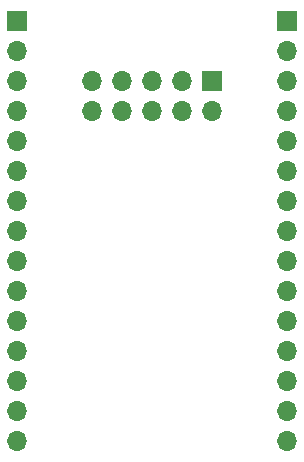
<source format=gbr>
%TF.GenerationSoftware,KiCad,Pcbnew,(6.0.6-0)*%
%TF.CreationDate,2022-09-20T04:26:42+09:00*%
%TF.ProjectId,EPM3032_DEV,45504d33-3033-4325-9f44-45562e6b6963,rev?*%
%TF.SameCoordinates,Original*%
%TF.FileFunction,Soldermask,Bot*%
%TF.FilePolarity,Negative*%
%FSLAX46Y46*%
G04 Gerber Fmt 4.6, Leading zero omitted, Abs format (unit mm)*
G04 Created by KiCad (PCBNEW (6.0.6-0)) date 2022-09-20 04:26:42*
%MOMM*%
%LPD*%
G01*
G04 APERTURE LIST*
%ADD10R,1.700000X1.700000*%
%ADD11O,1.700000X1.700000*%
G04 APERTURE END LIST*
D10*
%TO.C,J1*%
X124455000Y-78735000D03*
D11*
X124455000Y-81275000D03*
X121915000Y-78735000D03*
X121915000Y-81275000D03*
X119375000Y-78735000D03*
X119375000Y-81275000D03*
X116835000Y-78735000D03*
X116835000Y-81275000D03*
X114295000Y-78735000D03*
X114295000Y-81275000D03*
%TD*%
D10*
%TO.C,J2*%
X107950000Y-73665000D03*
D11*
X107950000Y-76205000D03*
X107950000Y-78745000D03*
X107950000Y-81285000D03*
X107950000Y-83825000D03*
X107950000Y-86365000D03*
X107950000Y-88905000D03*
X107950000Y-91445000D03*
X107950000Y-93985000D03*
X107950000Y-96525000D03*
X107950000Y-99065000D03*
X107950000Y-101605000D03*
X107950000Y-104145000D03*
X107950000Y-106685000D03*
X107950000Y-109225000D03*
%TD*%
D10*
%TO.C,J3*%
X130810000Y-73665000D03*
D11*
X130810000Y-76205000D03*
X130810000Y-78745000D03*
X130810000Y-81285000D03*
X130810000Y-83825000D03*
X130810000Y-86365000D03*
X130810000Y-88905000D03*
X130810000Y-91445000D03*
X130810000Y-93985000D03*
X130810000Y-96525000D03*
X130810000Y-99065000D03*
X130810000Y-101605000D03*
X130810000Y-104145000D03*
X130810000Y-106685000D03*
X130810000Y-109225000D03*
%TD*%
M02*

</source>
